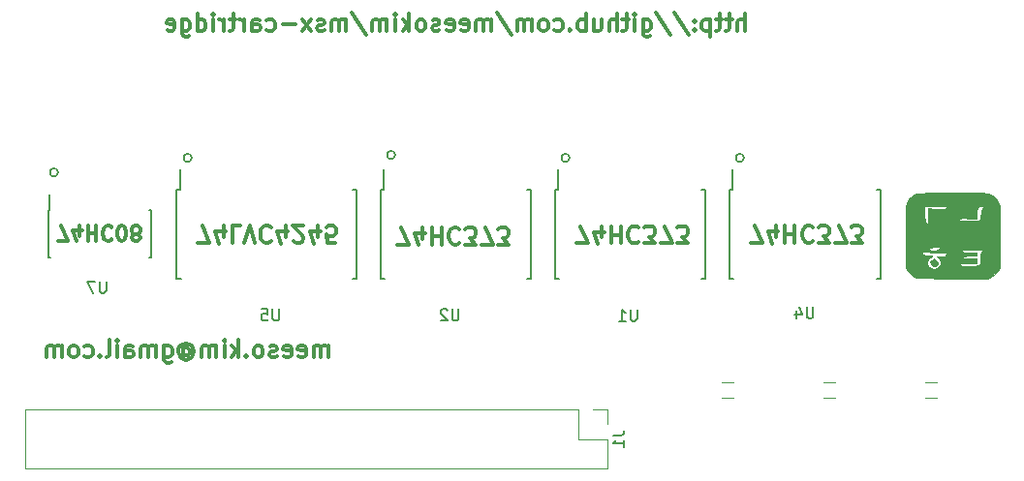
<source format=gbr>
G04 #@! TF.FileFunction,Legend,Bot*
%FSLAX46Y46*%
G04 Gerber Fmt 4.6, Leading zero omitted, Abs format (unit mm)*
G04 Created by KiCad (PCBNEW 4.0.7) date 02/21/19 02:12:21*
%MOMM*%
%LPD*%
G01*
G04 APERTURE LIST*
%ADD10C,0.100000*%
%ADD11C,0.200000*%
%ADD12C,0.300000*%
%ADD13C,0.370000*%
%ADD14C,0.120000*%
%ADD15C,0.150000*%
%ADD16C,0.010000*%
G04 APERTURE END LIST*
D10*
D11*
X185525210Y-86360000D02*
G75*
G03X185525210Y-86360000I-359210J0D01*
G01*
X170285210Y-86360000D02*
G75*
G03X170285210Y-86360000I-359210J0D01*
G01*
X155045210Y-86106000D02*
G75*
G03X155045210Y-86106000I-359210J0D01*
G01*
X137265210Y-86360000D02*
G75*
G03X137265210Y-86360000I-359210J0D01*
G01*
X125581210Y-87630000D02*
G75*
G03X125581210Y-87630000I-359210J0D01*
G01*
D12*
X185625602Y-75265671D02*
X185625602Y-73765671D01*
X184982745Y-75265671D02*
X184982745Y-74479957D01*
X185054174Y-74337100D01*
X185197031Y-74265671D01*
X185411316Y-74265671D01*
X185554174Y-74337100D01*
X185625602Y-74408529D01*
X184482745Y-74265671D02*
X183911316Y-74265671D01*
X184268459Y-73765671D02*
X184268459Y-75051386D01*
X184197031Y-75194243D01*
X184054173Y-75265671D01*
X183911316Y-75265671D01*
X183625602Y-74265671D02*
X183054173Y-74265671D01*
X183411316Y-73765671D02*
X183411316Y-75051386D01*
X183339888Y-75194243D01*
X183197030Y-75265671D01*
X183054173Y-75265671D01*
X182554173Y-74265671D02*
X182554173Y-75765671D01*
X182554173Y-74337100D02*
X182411316Y-74265671D01*
X182125602Y-74265671D01*
X181982745Y-74337100D01*
X181911316Y-74408529D01*
X181839887Y-74551386D01*
X181839887Y-74979957D01*
X181911316Y-75122814D01*
X181982745Y-75194243D01*
X182125602Y-75265671D01*
X182411316Y-75265671D01*
X182554173Y-75194243D01*
X181197030Y-75122814D02*
X181125602Y-75194243D01*
X181197030Y-75265671D01*
X181268459Y-75194243D01*
X181197030Y-75122814D01*
X181197030Y-75265671D01*
X181197030Y-74337100D02*
X181125602Y-74408529D01*
X181197030Y-74479957D01*
X181268459Y-74408529D01*
X181197030Y-74337100D01*
X181197030Y-74479957D01*
X179411316Y-73694243D02*
X180697030Y-75622814D01*
X177839887Y-73694243D02*
X179125601Y-75622814D01*
X176697029Y-74265671D02*
X176697029Y-75479957D01*
X176768458Y-75622814D01*
X176839886Y-75694243D01*
X176982743Y-75765671D01*
X177197029Y-75765671D01*
X177339886Y-75694243D01*
X176697029Y-75194243D02*
X176839886Y-75265671D01*
X177125600Y-75265671D01*
X177268458Y-75194243D01*
X177339886Y-75122814D01*
X177411315Y-74979957D01*
X177411315Y-74551386D01*
X177339886Y-74408529D01*
X177268458Y-74337100D01*
X177125600Y-74265671D01*
X176839886Y-74265671D01*
X176697029Y-74337100D01*
X175982743Y-75265671D02*
X175982743Y-74265671D01*
X175982743Y-73765671D02*
X176054172Y-73837100D01*
X175982743Y-73908529D01*
X175911315Y-73837100D01*
X175982743Y-73765671D01*
X175982743Y-73908529D01*
X175482743Y-74265671D02*
X174911314Y-74265671D01*
X175268457Y-73765671D02*
X175268457Y-75051386D01*
X175197029Y-75194243D01*
X175054171Y-75265671D01*
X174911314Y-75265671D01*
X174411314Y-75265671D02*
X174411314Y-73765671D01*
X173768457Y-75265671D02*
X173768457Y-74479957D01*
X173839886Y-74337100D01*
X173982743Y-74265671D01*
X174197028Y-74265671D01*
X174339886Y-74337100D01*
X174411314Y-74408529D01*
X172411314Y-74265671D02*
X172411314Y-75265671D01*
X173054171Y-74265671D02*
X173054171Y-75051386D01*
X172982743Y-75194243D01*
X172839885Y-75265671D01*
X172625600Y-75265671D01*
X172482743Y-75194243D01*
X172411314Y-75122814D01*
X171697028Y-75265671D02*
X171697028Y-73765671D01*
X171697028Y-74337100D02*
X171554171Y-74265671D01*
X171268457Y-74265671D01*
X171125600Y-74337100D01*
X171054171Y-74408529D01*
X170982742Y-74551386D01*
X170982742Y-74979957D01*
X171054171Y-75122814D01*
X171125600Y-75194243D01*
X171268457Y-75265671D01*
X171554171Y-75265671D01*
X171697028Y-75194243D01*
X170339885Y-75122814D02*
X170268457Y-75194243D01*
X170339885Y-75265671D01*
X170411314Y-75194243D01*
X170339885Y-75122814D01*
X170339885Y-75265671D01*
X168982742Y-75194243D02*
X169125599Y-75265671D01*
X169411313Y-75265671D01*
X169554171Y-75194243D01*
X169625599Y-75122814D01*
X169697028Y-74979957D01*
X169697028Y-74551386D01*
X169625599Y-74408529D01*
X169554171Y-74337100D01*
X169411313Y-74265671D01*
X169125599Y-74265671D01*
X168982742Y-74337100D01*
X168125599Y-75265671D02*
X168268457Y-75194243D01*
X168339885Y-75122814D01*
X168411314Y-74979957D01*
X168411314Y-74551386D01*
X168339885Y-74408529D01*
X168268457Y-74337100D01*
X168125599Y-74265671D01*
X167911314Y-74265671D01*
X167768457Y-74337100D01*
X167697028Y-74408529D01*
X167625599Y-74551386D01*
X167625599Y-74979957D01*
X167697028Y-75122814D01*
X167768457Y-75194243D01*
X167911314Y-75265671D01*
X168125599Y-75265671D01*
X166982742Y-75265671D02*
X166982742Y-74265671D01*
X166982742Y-74408529D02*
X166911314Y-74337100D01*
X166768456Y-74265671D01*
X166554171Y-74265671D01*
X166411314Y-74337100D01*
X166339885Y-74479957D01*
X166339885Y-75265671D01*
X166339885Y-74479957D02*
X166268456Y-74337100D01*
X166125599Y-74265671D01*
X165911314Y-74265671D01*
X165768456Y-74337100D01*
X165697028Y-74479957D01*
X165697028Y-75265671D01*
X163911314Y-73694243D02*
X165197028Y-75622814D01*
X163411313Y-75265671D02*
X163411313Y-74265671D01*
X163411313Y-74408529D02*
X163339885Y-74337100D01*
X163197027Y-74265671D01*
X162982742Y-74265671D01*
X162839885Y-74337100D01*
X162768456Y-74479957D01*
X162768456Y-75265671D01*
X162768456Y-74479957D02*
X162697027Y-74337100D01*
X162554170Y-74265671D01*
X162339885Y-74265671D01*
X162197027Y-74337100D01*
X162125599Y-74479957D01*
X162125599Y-75265671D01*
X160839885Y-75194243D02*
X160982742Y-75265671D01*
X161268456Y-75265671D01*
X161411313Y-75194243D01*
X161482742Y-75051386D01*
X161482742Y-74479957D01*
X161411313Y-74337100D01*
X161268456Y-74265671D01*
X160982742Y-74265671D01*
X160839885Y-74337100D01*
X160768456Y-74479957D01*
X160768456Y-74622814D01*
X161482742Y-74765671D01*
X159554171Y-75194243D02*
X159697028Y-75265671D01*
X159982742Y-75265671D01*
X160125599Y-75194243D01*
X160197028Y-75051386D01*
X160197028Y-74479957D01*
X160125599Y-74337100D01*
X159982742Y-74265671D01*
X159697028Y-74265671D01*
X159554171Y-74337100D01*
X159482742Y-74479957D01*
X159482742Y-74622814D01*
X160197028Y-74765671D01*
X158911314Y-75194243D02*
X158768457Y-75265671D01*
X158482742Y-75265671D01*
X158339885Y-75194243D01*
X158268457Y-75051386D01*
X158268457Y-74979957D01*
X158339885Y-74837100D01*
X158482742Y-74765671D01*
X158697028Y-74765671D01*
X158839885Y-74694243D01*
X158911314Y-74551386D01*
X158911314Y-74479957D01*
X158839885Y-74337100D01*
X158697028Y-74265671D01*
X158482742Y-74265671D01*
X158339885Y-74337100D01*
X157411313Y-75265671D02*
X157554171Y-75194243D01*
X157625599Y-75122814D01*
X157697028Y-74979957D01*
X157697028Y-74551386D01*
X157625599Y-74408529D01*
X157554171Y-74337100D01*
X157411313Y-74265671D01*
X157197028Y-74265671D01*
X157054171Y-74337100D01*
X156982742Y-74408529D01*
X156911313Y-74551386D01*
X156911313Y-74979957D01*
X156982742Y-75122814D01*
X157054171Y-75194243D01*
X157197028Y-75265671D01*
X157411313Y-75265671D01*
X156268456Y-75265671D02*
X156268456Y-73765671D01*
X156125599Y-74694243D02*
X155697028Y-75265671D01*
X155697028Y-74265671D02*
X156268456Y-74837100D01*
X155054170Y-75265671D02*
X155054170Y-74265671D01*
X155054170Y-73765671D02*
X155125599Y-73837100D01*
X155054170Y-73908529D01*
X154982742Y-73837100D01*
X155054170Y-73765671D01*
X155054170Y-73908529D01*
X154339884Y-75265671D02*
X154339884Y-74265671D01*
X154339884Y-74408529D02*
X154268456Y-74337100D01*
X154125598Y-74265671D01*
X153911313Y-74265671D01*
X153768456Y-74337100D01*
X153697027Y-74479957D01*
X153697027Y-75265671D01*
X153697027Y-74479957D02*
X153625598Y-74337100D01*
X153482741Y-74265671D01*
X153268456Y-74265671D01*
X153125598Y-74337100D01*
X153054170Y-74479957D01*
X153054170Y-75265671D01*
X151268456Y-73694243D02*
X152554170Y-75622814D01*
X150768455Y-75265671D02*
X150768455Y-74265671D01*
X150768455Y-74408529D02*
X150697027Y-74337100D01*
X150554169Y-74265671D01*
X150339884Y-74265671D01*
X150197027Y-74337100D01*
X150125598Y-74479957D01*
X150125598Y-75265671D01*
X150125598Y-74479957D02*
X150054169Y-74337100D01*
X149911312Y-74265671D01*
X149697027Y-74265671D01*
X149554169Y-74337100D01*
X149482741Y-74479957D01*
X149482741Y-75265671D01*
X148839884Y-75194243D02*
X148697027Y-75265671D01*
X148411312Y-75265671D01*
X148268455Y-75194243D01*
X148197027Y-75051386D01*
X148197027Y-74979957D01*
X148268455Y-74837100D01*
X148411312Y-74765671D01*
X148625598Y-74765671D01*
X148768455Y-74694243D01*
X148839884Y-74551386D01*
X148839884Y-74479957D01*
X148768455Y-74337100D01*
X148625598Y-74265671D01*
X148411312Y-74265671D01*
X148268455Y-74337100D01*
X147697026Y-75265671D02*
X146911312Y-74265671D01*
X147697026Y-74265671D02*
X146911312Y-75265671D01*
X146339883Y-74694243D02*
X145197026Y-74694243D01*
X143839883Y-75194243D02*
X143982740Y-75265671D01*
X144268454Y-75265671D01*
X144411312Y-75194243D01*
X144482740Y-75122814D01*
X144554169Y-74979957D01*
X144554169Y-74551386D01*
X144482740Y-74408529D01*
X144411312Y-74337100D01*
X144268454Y-74265671D01*
X143982740Y-74265671D01*
X143839883Y-74337100D01*
X142554169Y-75265671D02*
X142554169Y-74479957D01*
X142625598Y-74337100D01*
X142768455Y-74265671D01*
X143054169Y-74265671D01*
X143197026Y-74337100D01*
X142554169Y-75194243D02*
X142697026Y-75265671D01*
X143054169Y-75265671D01*
X143197026Y-75194243D01*
X143268455Y-75051386D01*
X143268455Y-74908529D01*
X143197026Y-74765671D01*
X143054169Y-74694243D01*
X142697026Y-74694243D01*
X142554169Y-74622814D01*
X141839883Y-75265671D02*
X141839883Y-74265671D01*
X141839883Y-74551386D02*
X141768455Y-74408529D01*
X141697026Y-74337100D01*
X141554169Y-74265671D01*
X141411312Y-74265671D01*
X141125598Y-74265671D02*
X140554169Y-74265671D01*
X140911312Y-73765671D02*
X140911312Y-75051386D01*
X140839884Y-75194243D01*
X140697026Y-75265671D01*
X140554169Y-75265671D01*
X140054169Y-75265671D02*
X140054169Y-74265671D01*
X140054169Y-74551386D02*
X139982741Y-74408529D01*
X139911312Y-74337100D01*
X139768455Y-74265671D01*
X139625598Y-74265671D01*
X139125598Y-75265671D02*
X139125598Y-74265671D01*
X139125598Y-73765671D02*
X139197027Y-73837100D01*
X139125598Y-73908529D01*
X139054170Y-73837100D01*
X139125598Y-73765671D01*
X139125598Y-73908529D01*
X137768455Y-75265671D02*
X137768455Y-73765671D01*
X137768455Y-75194243D02*
X137911312Y-75265671D01*
X138197026Y-75265671D01*
X138339884Y-75194243D01*
X138411312Y-75122814D01*
X138482741Y-74979957D01*
X138482741Y-74551386D01*
X138411312Y-74408529D01*
X138339884Y-74337100D01*
X138197026Y-74265671D01*
X137911312Y-74265671D01*
X137768455Y-74337100D01*
X136411312Y-74265671D02*
X136411312Y-75479957D01*
X136482741Y-75622814D01*
X136554169Y-75694243D01*
X136697026Y-75765671D01*
X136911312Y-75765671D01*
X137054169Y-75694243D01*
X136411312Y-75194243D02*
X136554169Y-75265671D01*
X136839883Y-75265671D01*
X136982741Y-75194243D01*
X137054169Y-75122814D01*
X137125598Y-74979957D01*
X137125598Y-74551386D01*
X137054169Y-74408529D01*
X136982741Y-74337100D01*
X136839883Y-74265671D01*
X136554169Y-74265671D01*
X136411312Y-74337100D01*
X135125598Y-75194243D02*
X135268455Y-75265671D01*
X135554169Y-75265671D01*
X135697026Y-75194243D01*
X135768455Y-75051386D01*
X135768455Y-74479957D01*
X135697026Y-74337100D01*
X135554169Y-74265671D01*
X135268455Y-74265671D01*
X135125598Y-74337100D01*
X135054169Y-74479957D01*
X135054169Y-74622814D01*
X135768455Y-74765671D01*
X186115144Y-93785429D02*
X187115144Y-93785429D01*
X186472287Y-92285429D01*
X188329429Y-93285429D02*
X188329429Y-92285429D01*
X187972286Y-93856857D02*
X187615143Y-92785429D01*
X188543715Y-92785429D01*
X189115143Y-92285429D02*
X189115143Y-93785429D01*
X189115143Y-93071143D02*
X189972286Y-93071143D01*
X189972286Y-92285429D02*
X189972286Y-93785429D01*
X191543715Y-92428286D02*
X191472286Y-92356857D01*
X191258000Y-92285429D01*
X191115143Y-92285429D01*
X190900858Y-92356857D01*
X190758000Y-92499714D01*
X190686572Y-92642571D01*
X190615143Y-92928286D01*
X190615143Y-93142571D01*
X190686572Y-93428286D01*
X190758000Y-93571143D01*
X190900858Y-93714000D01*
X191115143Y-93785429D01*
X191258000Y-93785429D01*
X191472286Y-93714000D01*
X191543715Y-93642571D01*
X192043715Y-93785429D02*
X192972286Y-93785429D01*
X192472286Y-93214000D01*
X192686572Y-93214000D01*
X192829429Y-93142571D01*
X192900858Y-93071143D01*
X192972286Y-92928286D01*
X192972286Y-92571143D01*
X192900858Y-92428286D01*
X192829429Y-92356857D01*
X192686572Y-92285429D01*
X192258000Y-92285429D01*
X192115143Y-92356857D01*
X192043715Y-92428286D01*
X193472286Y-93785429D02*
X194472286Y-93785429D01*
X193829429Y-92285429D01*
X194900857Y-93785429D02*
X195829428Y-93785429D01*
X195329428Y-93214000D01*
X195543714Y-93214000D01*
X195686571Y-93142571D01*
X195758000Y-93071143D01*
X195829428Y-92928286D01*
X195829428Y-92571143D01*
X195758000Y-92428286D01*
X195686571Y-92356857D01*
X195543714Y-92285429D01*
X195115142Y-92285429D01*
X194972285Y-92356857D01*
X194900857Y-92428286D01*
X149191714Y-103802571D02*
X149191714Y-102802571D01*
X149191714Y-102945429D02*
X149120286Y-102874000D01*
X148977428Y-102802571D01*
X148763143Y-102802571D01*
X148620286Y-102874000D01*
X148548857Y-103016857D01*
X148548857Y-103802571D01*
X148548857Y-103016857D02*
X148477428Y-102874000D01*
X148334571Y-102802571D01*
X148120286Y-102802571D01*
X147977428Y-102874000D01*
X147906000Y-103016857D01*
X147906000Y-103802571D01*
X146620286Y-103731143D02*
X146763143Y-103802571D01*
X147048857Y-103802571D01*
X147191714Y-103731143D01*
X147263143Y-103588286D01*
X147263143Y-103016857D01*
X147191714Y-102874000D01*
X147048857Y-102802571D01*
X146763143Y-102802571D01*
X146620286Y-102874000D01*
X146548857Y-103016857D01*
X146548857Y-103159714D01*
X147263143Y-103302571D01*
X145334572Y-103731143D02*
X145477429Y-103802571D01*
X145763143Y-103802571D01*
X145906000Y-103731143D01*
X145977429Y-103588286D01*
X145977429Y-103016857D01*
X145906000Y-102874000D01*
X145763143Y-102802571D01*
X145477429Y-102802571D01*
X145334572Y-102874000D01*
X145263143Y-103016857D01*
X145263143Y-103159714D01*
X145977429Y-103302571D01*
X144691715Y-103731143D02*
X144548858Y-103802571D01*
X144263143Y-103802571D01*
X144120286Y-103731143D01*
X144048858Y-103588286D01*
X144048858Y-103516857D01*
X144120286Y-103374000D01*
X144263143Y-103302571D01*
X144477429Y-103302571D01*
X144620286Y-103231143D01*
X144691715Y-103088286D01*
X144691715Y-103016857D01*
X144620286Y-102874000D01*
X144477429Y-102802571D01*
X144263143Y-102802571D01*
X144120286Y-102874000D01*
X143191714Y-103802571D02*
X143334572Y-103731143D01*
X143406000Y-103659714D01*
X143477429Y-103516857D01*
X143477429Y-103088286D01*
X143406000Y-102945429D01*
X143334572Y-102874000D01*
X143191714Y-102802571D01*
X142977429Y-102802571D01*
X142834572Y-102874000D01*
X142763143Y-102945429D01*
X142691714Y-103088286D01*
X142691714Y-103516857D01*
X142763143Y-103659714D01*
X142834572Y-103731143D01*
X142977429Y-103802571D01*
X143191714Y-103802571D01*
X142048857Y-103659714D02*
X141977429Y-103731143D01*
X142048857Y-103802571D01*
X142120286Y-103731143D01*
X142048857Y-103659714D01*
X142048857Y-103802571D01*
X141334571Y-103802571D02*
X141334571Y-102302571D01*
X141191714Y-103231143D02*
X140763143Y-103802571D01*
X140763143Y-102802571D02*
X141334571Y-103374000D01*
X140120285Y-103802571D02*
X140120285Y-102802571D01*
X140120285Y-102302571D02*
X140191714Y-102374000D01*
X140120285Y-102445429D01*
X140048857Y-102374000D01*
X140120285Y-102302571D01*
X140120285Y-102445429D01*
X139405999Y-103802571D02*
X139405999Y-102802571D01*
X139405999Y-102945429D02*
X139334571Y-102874000D01*
X139191713Y-102802571D01*
X138977428Y-102802571D01*
X138834571Y-102874000D01*
X138763142Y-103016857D01*
X138763142Y-103802571D01*
X138763142Y-103016857D02*
X138691713Y-102874000D01*
X138548856Y-102802571D01*
X138334571Y-102802571D01*
X138191713Y-102874000D01*
X138120285Y-103016857D01*
X138120285Y-103802571D01*
X136477428Y-103088286D02*
X136548856Y-103016857D01*
X136691713Y-102945429D01*
X136834571Y-102945429D01*
X136977428Y-103016857D01*
X137048856Y-103088286D01*
X137120285Y-103231143D01*
X137120285Y-103374000D01*
X137048856Y-103516857D01*
X136977428Y-103588286D01*
X136834571Y-103659714D01*
X136691713Y-103659714D01*
X136548856Y-103588286D01*
X136477428Y-103516857D01*
X136477428Y-102945429D02*
X136477428Y-103516857D01*
X136405999Y-103588286D01*
X136334571Y-103588286D01*
X136191713Y-103516857D01*
X136120285Y-103374000D01*
X136120285Y-103016857D01*
X136263142Y-102802571D01*
X136477428Y-102659714D01*
X136763142Y-102588286D01*
X137048856Y-102659714D01*
X137263142Y-102802571D01*
X137405999Y-103016857D01*
X137477428Y-103302571D01*
X137405999Y-103588286D01*
X137263142Y-103802571D01*
X137048856Y-103945429D01*
X136763142Y-104016857D01*
X136477428Y-103945429D01*
X136263142Y-103802571D01*
X134834571Y-102802571D02*
X134834571Y-104016857D01*
X134906000Y-104159714D01*
X134977428Y-104231143D01*
X135120285Y-104302571D01*
X135334571Y-104302571D01*
X135477428Y-104231143D01*
X134834571Y-103731143D02*
X134977428Y-103802571D01*
X135263142Y-103802571D01*
X135406000Y-103731143D01*
X135477428Y-103659714D01*
X135548857Y-103516857D01*
X135548857Y-103088286D01*
X135477428Y-102945429D01*
X135406000Y-102874000D01*
X135263142Y-102802571D01*
X134977428Y-102802571D01*
X134834571Y-102874000D01*
X134120285Y-103802571D02*
X134120285Y-102802571D01*
X134120285Y-102945429D02*
X134048857Y-102874000D01*
X133905999Y-102802571D01*
X133691714Y-102802571D01*
X133548857Y-102874000D01*
X133477428Y-103016857D01*
X133477428Y-103802571D01*
X133477428Y-103016857D02*
X133405999Y-102874000D01*
X133263142Y-102802571D01*
X133048857Y-102802571D01*
X132905999Y-102874000D01*
X132834571Y-103016857D01*
X132834571Y-103802571D01*
X131477428Y-103802571D02*
X131477428Y-103016857D01*
X131548857Y-102874000D01*
X131691714Y-102802571D01*
X131977428Y-102802571D01*
X132120285Y-102874000D01*
X131477428Y-103731143D02*
X131620285Y-103802571D01*
X131977428Y-103802571D01*
X132120285Y-103731143D01*
X132191714Y-103588286D01*
X132191714Y-103445429D01*
X132120285Y-103302571D01*
X131977428Y-103231143D01*
X131620285Y-103231143D01*
X131477428Y-103159714D01*
X130763142Y-103802571D02*
X130763142Y-102802571D01*
X130763142Y-102302571D02*
X130834571Y-102374000D01*
X130763142Y-102445429D01*
X130691714Y-102374000D01*
X130763142Y-102302571D01*
X130763142Y-102445429D01*
X129834570Y-103802571D02*
X129977428Y-103731143D01*
X130048856Y-103588286D01*
X130048856Y-102302571D01*
X129263142Y-103659714D02*
X129191714Y-103731143D01*
X129263142Y-103802571D01*
X129334571Y-103731143D01*
X129263142Y-103659714D01*
X129263142Y-103802571D01*
X127905999Y-103731143D02*
X128048856Y-103802571D01*
X128334570Y-103802571D01*
X128477428Y-103731143D01*
X128548856Y-103659714D01*
X128620285Y-103516857D01*
X128620285Y-103088286D01*
X128548856Y-102945429D01*
X128477428Y-102874000D01*
X128334570Y-102802571D01*
X128048856Y-102802571D01*
X127905999Y-102874000D01*
X127048856Y-103802571D02*
X127191714Y-103731143D01*
X127263142Y-103659714D01*
X127334571Y-103516857D01*
X127334571Y-103088286D01*
X127263142Y-102945429D01*
X127191714Y-102874000D01*
X127048856Y-102802571D01*
X126834571Y-102802571D01*
X126691714Y-102874000D01*
X126620285Y-102945429D01*
X126548856Y-103088286D01*
X126548856Y-103516857D01*
X126620285Y-103659714D01*
X126691714Y-103731143D01*
X126834571Y-103802571D01*
X127048856Y-103802571D01*
X125905999Y-103802571D02*
X125905999Y-102802571D01*
X125905999Y-102945429D02*
X125834571Y-102874000D01*
X125691713Y-102802571D01*
X125477428Y-102802571D01*
X125334571Y-102874000D01*
X125263142Y-103016857D01*
X125263142Y-103802571D01*
X125263142Y-103016857D02*
X125191713Y-102874000D01*
X125048856Y-102802571D01*
X124834571Y-102802571D01*
X124691713Y-102874000D01*
X124620285Y-103016857D01*
X124620285Y-103802571D01*
X155246524Y-93940369D02*
X156246524Y-93940369D01*
X155603667Y-92440369D01*
X157460809Y-93440369D02*
X157460809Y-92440369D01*
X157103666Y-94011797D02*
X156746523Y-92940369D01*
X157675095Y-92940369D01*
X158246523Y-92440369D02*
X158246523Y-93940369D01*
X158246523Y-93226083D02*
X159103666Y-93226083D01*
X159103666Y-92440369D02*
X159103666Y-93940369D01*
X160675095Y-92583226D02*
X160603666Y-92511797D01*
X160389380Y-92440369D01*
X160246523Y-92440369D01*
X160032238Y-92511797D01*
X159889380Y-92654654D01*
X159817952Y-92797511D01*
X159746523Y-93083226D01*
X159746523Y-93297511D01*
X159817952Y-93583226D01*
X159889380Y-93726083D01*
X160032238Y-93868940D01*
X160246523Y-93940369D01*
X160389380Y-93940369D01*
X160603666Y-93868940D01*
X160675095Y-93797511D01*
X161175095Y-93940369D02*
X162103666Y-93940369D01*
X161603666Y-93368940D01*
X161817952Y-93368940D01*
X161960809Y-93297511D01*
X162032238Y-93226083D01*
X162103666Y-93083226D01*
X162103666Y-92726083D01*
X162032238Y-92583226D01*
X161960809Y-92511797D01*
X161817952Y-92440369D01*
X161389380Y-92440369D01*
X161246523Y-92511797D01*
X161175095Y-92583226D01*
X162603666Y-93940369D02*
X163603666Y-93940369D01*
X162960809Y-92440369D01*
X164032237Y-93940369D02*
X164960808Y-93940369D01*
X164460808Y-93368940D01*
X164675094Y-93368940D01*
X164817951Y-93297511D01*
X164889380Y-93226083D01*
X164960808Y-93083226D01*
X164960808Y-92726083D01*
X164889380Y-92583226D01*
X164817951Y-92511797D01*
X164675094Y-92440369D01*
X164246522Y-92440369D01*
X164103665Y-92511797D01*
X164032237Y-92583226D01*
D13*
X137824653Y-93787969D02*
X138824653Y-93787969D01*
X138181796Y-92287969D01*
X140038938Y-93287969D02*
X140038938Y-92287969D01*
X139681795Y-93859397D02*
X139324652Y-92787969D01*
X140253224Y-92787969D01*
X141538938Y-92287969D02*
X140824652Y-92287969D01*
X140824652Y-93787969D01*
X141824652Y-93787969D02*
X142324652Y-92287969D01*
X142824652Y-93787969D01*
X144181795Y-92430826D02*
X144110366Y-92359397D01*
X143896080Y-92287969D01*
X143753223Y-92287969D01*
X143538938Y-92359397D01*
X143396080Y-92502254D01*
X143324652Y-92645111D01*
X143253223Y-92930826D01*
X143253223Y-93145111D01*
X143324652Y-93430826D01*
X143396080Y-93573683D01*
X143538938Y-93716540D01*
X143753223Y-93787969D01*
X143896080Y-93787969D01*
X144110366Y-93716540D01*
X144181795Y-93645111D01*
X145467509Y-93287969D02*
X145467509Y-92287969D01*
X145110366Y-93859397D02*
X144753223Y-92787969D01*
X145681795Y-92787969D01*
X146181794Y-93645111D02*
X146253223Y-93716540D01*
X146396080Y-93787969D01*
X146753223Y-93787969D01*
X146896080Y-93716540D01*
X146967509Y-93645111D01*
X147038937Y-93502254D01*
X147038937Y-93359397D01*
X146967509Y-93145111D01*
X146110366Y-92287969D01*
X147038937Y-92287969D01*
X148324651Y-93287969D02*
X148324651Y-92287969D01*
X147967508Y-93859397D02*
X147610365Y-92787969D01*
X148538937Y-92787969D01*
X149824651Y-93787969D02*
X149110365Y-93787969D01*
X149038936Y-93073683D01*
X149110365Y-93145111D01*
X149253222Y-93216540D01*
X149610365Y-93216540D01*
X149753222Y-93145111D01*
X149824651Y-93073683D01*
X149896079Y-92930826D01*
X149896079Y-92573683D01*
X149824651Y-92430826D01*
X149753222Y-92359397D01*
X149610365Y-92287969D01*
X149253222Y-92287969D01*
X149110365Y-92359397D01*
X149038936Y-92430826D01*
D12*
X125580752Y-93614945D02*
X126447419Y-93614945D01*
X125890276Y-92314945D01*
X127499800Y-93181611D02*
X127499800Y-92314945D01*
X127190276Y-93676850D02*
X126880752Y-92748278D01*
X127685514Y-92748278D01*
X128180752Y-92314945D02*
X128180752Y-93614945D01*
X128180752Y-92995897D02*
X128923609Y-92995897D01*
X128923609Y-92314945D02*
X128923609Y-93614945D01*
X130285514Y-92438754D02*
X130223609Y-92376850D01*
X130037895Y-92314945D01*
X129914085Y-92314945D01*
X129728371Y-92376850D01*
X129604562Y-92500659D01*
X129542657Y-92624469D01*
X129480752Y-92872088D01*
X129480752Y-93057802D01*
X129542657Y-93305421D01*
X129604562Y-93429230D01*
X129728371Y-93553040D01*
X129914085Y-93614945D01*
X130037895Y-93614945D01*
X130223609Y-93553040D01*
X130285514Y-93491135D01*
X131090276Y-93614945D02*
X131214085Y-93614945D01*
X131337895Y-93553040D01*
X131399800Y-93491135D01*
X131461704Y-93367326D01*
X131523609Y-93119707D01*
X131523609Y-92810183D01*
X131461704Y-92562564D01*
X131399800Y-92438754D01*
X131337895Y-92376850D01*
X131214085Y-92314945D01*
X131090276Y-92314945D01*
X130966466Y-92376850D01*
X130904562Y-92438754D01*
X130842657Y-92562564D01*
X130780752Y-92810183D01*
X130780752Y-93119707D01*
X130842657Y-93367326D01*
X130904562Y-93491135D01*
X130966466Y-93553040D01*
X131090276Y-93614945D01*
X132266466Y-93057802D02*
X132142657Y-93119707D01*
X132080752Y-93181611D01*
X132018847Y-93305421D01*
X132018847Y-93367326D01*
X132080752Y-93491135D01*
X132142657Y-93553040D01*
X132266466Y-93614945D01*
X132514085Y-93614945D01*
X132637895Y-93553040D01*
X132699799Y-93491135D01*
X132761704Y-93367326D01*
X132761704Y-93305421D01*
X132699799Y-93181611D01*
X132637895Y-93119707D01*
X132514085Y-93057802D01*
X132266466Y-93057802D01*
X132142657Y-92995897D01*
X132080752Y-92933992D01*
X132018847Y-92810183D01*
X132018847Y-92562564D01*
X132080752Y-92438754D01*
X132142657Y-92376850D01*
X132266466Y-92314945D01*
X132514085Y-92314945D01*
X132637895Y-92376850D01*
X132699799Y-92438754D01*
X132761704Y-92562564D01*
X132761704Y-92810183D01*
X132699799Y-92933992D01*
X132637895Y-92995897D01*
X132514085Y-93057802D01*
X170905624Y-93838769D02*
X171905624Y-93838769D01*
X171262767Y-92338769D01*
X173119909Y-93338769D02*
X173119909Y-92338769D01*
X172762766Y-93910197D02*
X172405623Y-92838769D01*
X173334195Y-92838769D01*
X173905623Y-92338769D02*
X173905623Y-93838769D01*
X173905623Y-93124483D02*
X174762766Y-93124483D01*
X174762766Y-92338769D02*
X174762766Y-93838769D01*
X176334195Y-92481626D02*
X176262766Y-92410197D01*
X176048480Y-92338769D01*
X175905623Y-92338769D01*
X175691338Y-92410197D01*
X175548480Y-92553054D01*
X175477052Y-92695911D01*
X175405623Y-92981626D01*
X175405623Y-93195911D01*
X175477052Y-93481626D01*
X175548480Y-93624483D01*
X175691338Y-93767340D01*
X175905623Y-93838769D01*
X176048480Y-93838769D01*
X176262766Y-93767340D01*
X176334195Y-93695911D01*
X176834195Y-93838769D02*
X177762766Y-93838769D01*
X177262766Y-93267340D01*
X177477052Y-93267340D01*
X177619909Y-93195911D01*
X177691338Y-93124483D01*
X177762766Y-92981626D01*
X177762766Y-92624483D01*
X177691338Y-92481626D01*
X177619909Y-92410197D01*
X177477052Y-92338769D01*
X177048480Y-92338769D01*
X176905623Y-92410197D01*
X176834195Y-92481626D01*
X178262766Y-93838769D02*
X179262766Y-93838769D01*
X178619909Y-92338769D01*
X179691337Y-93838769D02*
X180619908Y-93838769D01*
X180119908Y-93267340D01*
X180334194Y-93267340D01*
X180477051Y-93195911D01*
X180548480Y-93124483D01*
X180619908Y-92981626D01*
X180619908Y-92624483D01*
X180548480Y-92481626D01*
X180477051Y-92410197D01*
X180334194Y-92338769D01*
X179905622Y-92338769D01*
X179762765Y-92410197D01*
X179691337Y-92481626D01*
D14*
X171028000Y-108373000D02*
X122708000Y-108373000D01*
X122708000Y-108373000D02*
X122708000Y-113573000D01*
X122708000Y-113573000D02*
X173628000Y-113573000D01*
X173628000Y-113573000D02*
X173628000Y-110973000D01*
X173628000Y-110973000D02*
X171028000Y-110973000D01*
X171028000Y-110973000D02*
X171028000Y-108373000D01*
X172298000Y-108373000D02*
X173628000Y-108373000D01*
X173628000Y-108373000D02*
X173628000Y-109643000D01*
D15*
X169015000Y-89162700D02*
X169265000Y-89162700D01*
X169015000Y-96912700D02*
X169350000Y-96912700D01*
X182165000Y-96912700D02*
X181830000Y-96912700D01*
X182165000Y-89162700D02*
X181830000Y-89162700D01*
X169015000Y-89162700D02*
X169015000Y-96912700D01*
X182165000Y-89162700D02*
X182165000Y-96912700D01*
X169265000Y-89162700D02*
X169265000Y-87362700D01*
X153775000Y-89162700D02*
X154025000Y-89162700D01*
X153775000Y-96912700D02*
X154110000Y-96912700D01*
X166925000Y-96912700D02*
X166590000Y-96912700D01*
X166925000Y-89162700D02*
X166590000Y-89162700D01*
X153775000Y-89162700D02*
X153775000Y-96912700D01*
X166925000Y-89162700D02*
X166925000Y-96912700D01*
X154025000Y-89162700D02*
X154025000Y-87362700D01*
X184306000Y-89162700D02*
X184556000Y-89162700D01*
X184306000Y-96912700D02*
X184641000Y-96912700D01*
X197456000Y-96912700D02*
X197121000Y-96912700D01*
X197456000Y-89162700D02*
X197121000Y-89162700D01*
X184306000Y-89162700D02*
X184306000Y-96912700D01*
X197456000Y-89162700D02*
X197456000Y-96912700D01*
X184556000Y-89162700D02*
X184556000Y-87362700D01*
X135965000Y-89162700D02*
X136240000Y-89162700D01*
X135965000Y-96912700D02*
X136330000Y-96912700D01*
X151715000Y-96912700D02*
X151350000Y-96912700D01*
X151715000Y-89162700D02*
X151350000Y-89162700D01*
X135965000Y-89162700D02*
X135965000Y-96912700D01*
X151715000Y-89162700D02*
X151715000Y-96912700D01*
X136240000Y-89162700D02*
X136240000Y-87337700D01*
X124785000Y-90962700D02*
X124810000Y-90962700D01*
X124785000Y-95112700D02*
X124900000Y-95112700D01*
X133685000Y-95112700D02*
X133570000Y-95112700D01*
X133685000Y-90962700D02*
X133570000Y-90962700D01*
X124785000Y-90962700D02*
X124785000Y-95112700D01*
X133685000Y-90962700D02*
X133685000Y-95112700D01*
X124810000Y-90962700D02*
X124810000Y-89587700D01*
D14*
X184612000Y-105975000D02*
X183612000Y-105975000D01*
X183612000Y-107335000D02*
X184612000Y-107335000D01*
X193502000Y-105975000D02*
X192502000Y-105975000D01*
X192502000Y-107335000D02*
X193502000Y-107335000D01*
X202392000Y-105975000D02*
X201392000Y-105975000D01*
X201392000Y-107335000D02*
X202392000Y-107335000D01*
D16*
G36*
X203053890Y-89423563D02*
X202439122Y-89424692D01*
X201928440Y-89428237D01*
X201510387Y-89435560D01*
X201173507Y-89448022D01*
X200906343Y-89466984D01*
X200697437Y-89493806D01*
X200535334Y-89529850D01*
X200408576Y-89576477D01*
X200305706Y-89635049D01*
X200215268Y-89706925D01*
X200125806Y-89793469D01*
X200054639Y-89866576D01*
X199961144Y-89964984D01*
X199883374Y-90058978D01*
X199819968Y-90160692D01*
X199769566Y-90282263D01*
X199730807Y-90435825D01*
X199702330Y-90633515D01*
X199682774Y-90887467D01*
X199670779Y-91209817D01*
X199664984Y-91612701D01*
X199664028Y-92108253D01*
X199666550Y-92708610D01*
X199670304Y-93294200D01*
X199688450Y-95992950D01*
X199868153Y-96257747D01*
X200039058Y-96463050D01*
X200248001Y-96654651D01*
X200312653Y-96702247D01*
X200577450Y-96881950D01*
X203694299Y-96899536D01*
X206811147Y-96917122D01*
X207154068Y-96737978D01*
X207434547Y-96554280D01*
X207642475Y-96319901D01*
X207688470Y-96249221D01*
X207879950Y-95939609D01*
X207890925Y-94452251D01*
X206444411Y-94452251D01*
X206417651Y-94504669D01*
X206324200Y-94564200D01*
X206259477Y-94614529D01*
X206221119Y-94699390D01*
X206202568Y-94848190D01*
X206197260Y-95090332D01*
X206197200Y-95133398D01*
X206193394Y-95401646D01*
X206169398Y-95590877D01*
X206106349Y-95714876D01*
X205985385Y-95787426D01*
X205787640Y-95822313D01*
X205494251Y-95833320D01*
X205238172Y-95834200D01*
X204906367Y-95831528D01*
X204680948Y-95821831D01*
X204541380Y-95802584D01*
X204467131Y-95771263D01*
X204441113Y-95736211D01*
X204428560Y-95629965D01*
X204442769Y-95598964D01*
X204518549Y-95584276D01*
X204693703Y-95574660D01*
X204940671Y-95571073D01*
X205180864Y-95573367D01*
X205879700Y-95587028D01*
X205879700Y-95203965D01*
X205293051Y-95185707D01*
X205011799Y-95173693D01*
X204833749Y-95155487D01*
X204735111Y-95126025D01*
X204692091Y-95080243D01*
X204685145Y-95056325D01*
X204687389Y-95004698D01*
X204732796Y-94971977D01*
X204843529Y-94953963D01*
X205041750Y-94946458D01*
X205271794Y-94945200D01*
X205552548Y-94944119D01*
X205730000Y-94936750D01*
X205827847Y-94916905D01*
X205869788Y-94878396D01*
X205879519Y-94815034D01*
X205879700Y-94786450D01*
X205879311Y-94779189D01*
X203255288Y-94779189D01*
X203158090Y-94887270D01*
X203038939Y-94954051D01*
X202876359Y-94978518D01*
X202655861Y-94969887D01*
X202458397Y-94957149D01*
X202369727Y-94963039D01*
X202372522Y-94991298D01*
X202413378Y-95022225D01*
X202641351Y-95223688D01*
X202760664Y-95439103D01*
X202767317Y-95652309D01*
X202657310Y-95847144D01*
X202625325Y-95878548D01*
X202397840Y-96036106D01*
X202167058Y-96080703D01*
X201898728Y-96017783D01*
X201856350Y-96000760D01*
X201650977Y-95859692D01*
X201545289Y-95668961D01*
X201539027Y-95457267D01*
X201631930Y-95253306D01*
X201823741Y-95085777D01*
X201864811Y-95063660D01*
X201984481Y-94987728D01*
X201990987Y-94933608D01*
X201880616Y-94899468D01*
X201649659Y-94883472D01*
X201496755Y-94881700D01*
X201235050Y-94864323D01*
X201094779Y-94812343D01*
X201076287Y-94725986D01*
X201134886Y-94646300D01*
X201192883Y-94604576D01*
X201279456Y-94583327D01*
X201419905Y-94582003D01*
X201639533Y-94600059D01*
X201902737Y-94629685D01*
X202221218Y-94660136D01*
X202530102Y-94677129D01*
X202784643Y-94678766D01*
X202891769Y-94671693D01*
X203120136Y-94663247D01*
X203243328Y-94700714D01*
X203255288Y-94779189D01*
X205879311Y-94779189D01*
X205875836Y-94714407D01*
X205848785Y-94668319D01*
X205775359Y-94642386D01*
X205632373Y-94630814D01*
X205396640Y-94627805D01*
X205244700Y-94627700D01*
X204955688Y-94625956D01*
X204770674Y-94617662D01*
X204666671Y-94598220D01*
X204620693Y-94563032D01*
X204609752Y-94507501D01*
X204609700Y-94500700D01*
X204616113Y-94451183D01*
X204648139Y-94416538D01*
X204724961Y-94394118D01*
X204865764Y-94381276D01*
X205089730Y-94375367D01*
X205416044Y-94373746D01*
X205530450Y-94373700D01*
X205928555Y-94377621D01*
X206208096Y-94390703D01*
X206377304Y-94414921D01*
X206444411Y-94452251D01*
X207890925Y-94452251D01*
X207892679Y-94214441D01*
X202642237Y-94214441D01*
X202591341Y-94319058D01*
X202500071Y-94401849D01*
X202325968Y-94472055D01*
X202105800Y-94498073D01*
X201902886Y-94476092D01*
X201822322Y-94442636D01*
X201748911Y-94353794D01*
X201783076Y-94268497D01*
X201906274Y-94205221D01*
X202083583Y-94182332D01*
X202291293Y-94172817D01*
X202467139Y-94150286D01*
X202498325Y-94143176D01*
X202611163Y-94145541D01*
X202642237Y-94214441D01*
X207892679Y-94214441D01*
X207899433Y-93299279D01*
X207903482Y-92531461D01*
X207903326Y-91887051D01*
X207898904Y-91362522D01*
X207890153Y-90954350D01*
X207877009Y-90659009D01*
X207874664Y-90634217D01*
X206509975Y-90634217D01*
X206460152Y-90709474D01*
X206394960Y-90750315D01*
X206326693Y-90813457D01*
X206283875Y-90932758D01*
X206258060Y-91137583D01*
X206250449Y-91252760D01*
X206233537Y-91494205D01*
X206201742Y-91666269D01*
X206136000Y-91780703D01*
X206017250Y-91849261D01*
X205826429Y-91883695D01*
X205544475Y-91895757D01*
X205205175Y-91897200D01*
X204862161Y-91896059D01*
X204626246Y-91890733D01*
X204477539Y-91878367D01*
X204396146Y-91856103D01*
X204362174Y-91821087D01*
X204355700Y-91775245D01*
X204410592Y-91671355D01*
X204550158Y-91611083D01*
X204736736Y-91603946D01*
X204888553Y-91640577D01*
X205045050Y-91675896D01*
X205273057Y-91699887D01*
X205471084Y-91706700D01*
X205879700Y-91706700D01*
X205879700Y-91258025D01*
X205889582Y-90948870D01*
X205926726Y-90745321D01*
X206002382Y-90626997D01*
X206004614Y-90626045D01*
X203276200Y-90626045D01*
X203256182Y-90664476D01*
X203164652Y-90750661D01*
X203154643Y-90759063D01*
X203076441Y-90815176D01*
X202986881Y-90849260D01*
X202858335Y-90864076D01*
X202663175Y-90862386D01*
X202373772Y-90846952D01*
X202313268Y-90843163D01*
X201625200Y-90799624D01*
X201625200Y-91443662D01*
X201622225Y-91741396D01*
X201611190Y-91933255D01*
X201588934Y-92040266D01*
X201552296Y-92083459D01*
X201528379Y-92087700D01*
X201436755Y-92034527D01*
X201369629Y-91924816D01*
X201341862Y-91789251D01*
X201320535Y-91566099D01*
X201308908Y-91294731D01*
X201307700Y-91176611D01*
X201307700Y-90591290D01*
X202276075Y-90605978D01*
X202613592Y-90611402D01*
X202904148Y-90616650D01*
X203125015Y-90621265D01*
X203253464Y-90624791D01*
X203276200Y-90626045D01*
X206004614Y-90626045D01*
X206127798Y-90573517D01*
X206262935Y-90563700D01*
X206442209Y-90582761D01*
X206509975Y-90634217D01*
X207874664Y-90634217D01*
X207859409Y-90472973D01*
X207848076Y-90416877D01*
X207722826Y-90155808D01*
X207515740Y-89891638D01*
X207264024Y-89665513D01*
X207054450Y-89539169D01*
X206987743Y-89512267D01*
X206908550Y-89489866D01*
X206805340Y-89471558D01*
X206666584Y-89456935D01*
X206480749Y-89445589D01*
X206236307Y-89437112D01*
X205921726Y-89431096D01*
X205525475Y-89427134D01*
X205036024Y-89424818D01*
X204441843Y-89423739D01*
X203784200Y-89423489D01*
X203053890Y-89423563D01*
X203053890Y-89423563D01*
G37*
X203053890Y-89423563D02*
X202439122Y-89424692D01*
X201928440Y-89428237D01*
X201510387Y-89435560D01*
X201173507Y-89448022D01*
X200906343Y-89466984D01*
X200697437Y-89493806D01*
X200535334Y-89529850D01*
X200408576Y-89576477D01*
X200305706Y-89635049D01*
X200215268Y-89706925D01*
X200125806Y-89793469D01*
X200054639Y-89866576D01*
X199961144Y-89964984D01*
X199883374Y-90058978D01*
X199819968Y-90160692D01*
X199769566Y-90282263D01*
X199730807Y-90435825D01*
X199702330Y-90633515D01*
X199682774Y-90887467D01*
X199670779Y-91209817D01*
X199664984Y-91612701D01*
X199664028Y-92108253D01*
X199666550Y-92708610D01*
X199670304Y-93294200D01*
X199688450Y-95992950D01*
X199868153Y-96257747D01*
X200039058Y-96463050D01*
X200248001Y-96654651D01*
X200312653Y-96702247D01*
X200577450Y-96881950D01*
X203694299Y-96899536D01*
X206811147Y-96917122D01*
X207154068Y-96737978D01*
X207434547Y-96554280D01*
X207642475Y-96319901D01*
X207688470Y-96249221D01*
X207879950Y-95939609D01*
X207890925Y-94452251D01*
X206444411Y-94452251D01*
X206417651Y-94504669D01*
X206324200Y-94564200D01*
X206259477Y-94614529D01*
X206221119Y-94699390D01*
X206202568Y-94848190D01*
X206197260Y-95090332D01*
X206197200Y-95133398D01*
X206193394Y-95401646D01*
X206169398Y-95590877D01*
X206106349Y-95714876D01*
X205985385Y-95787426D01*
X205787640Y-95822313D01*
X205494251Y-95833320D01*
X205238172Y-95834200D01*
X204906367Y-95831528D01*
X204680948Y-95821831D01*
X204541380Y-95802584D01*
X204467131Y-95771263D01*
X204441113Y-95736211D01*
X204428560Y-95629965D01*
X204442769Y-95598964D01*
X204518549Y-95584276D01*
X204693703Y-95574660D01*
X204940671Y-95571073D01*
X205180864Y-95573367D01*
X205879700Y-95587028D01*
X205879700Y-95203965D01*
X205293051Y-95185707D01*
X205011799Y-95173693D01*
X204833749Y-95155487D01*
X204735111Y-95126025D01*
X204692091Y-95080243D01*
X204685145Y-95056325D01*
X204687389Y-95004698D01*
X204732796Y-94971977D01*
X204843529Y-94953963D01*
X205041750Y-94946458D01*
X205271794Y-94945200D01*
X205552548Y-94944119D01*
X205730000Y-94936750D01*
X205827847Y-94916905D01*
X205869788Y-94878396D01*
X205879519Y-94815034D01*
X205879700Y-94786450D01*
X205879311Y-94779189D01*
X203255288Y-94779189D01*
X203158090Y-94887270D01*
X203038939Y-94954051D01*
X202876359Y-94978518D01*
X202655861Y-94969887D01*
X202458397Y-94957149D01*
X202369727Y-94963039D01*
X202372522Y-94991298D01*
X202413378Y-95022225D01*
X202641351Y-95223688D01*
X202760664Y-95439103D01*
X202767317Y-95652309D01*
X202657310Y-95847144D01*
X202625325Y-95878548D01*
X202397840Y-96036106D01*
X202167058Y-96080703D01*
X201898728Y-96017783D01*
X201856350Y-96000760D01*
X201650977Y-95859692D01*
X201545289Y-95668961D01*
X201539027Y-95457267D01*
X201631930Y-95253306D01*
X201823741Y-95085777D01*
X201864811Y-95063660D01*
X201984481Y-94987728D01*
X201990987Y-94933608D01*
X201880616Y-94899468D01*
X201649659Y-94883472D01*
X201496755Y-94881700D01*
X201235050Y-94864323D01*
X201094779Y-94812343D01*
X201076287Y-94725986D01*
X201134886Y-94646300D01*
X201192883Y-94604576D01*
X201279456Y-94583327D01*
X201419905Y-94582003D01*
X201639533Y-94600059D01*
X201902737Y-94629685D01*
X202221218Y-94660136D01*
X202530102Y-94677129D01*
X202784643Y-94678766D01*
X202891769Y-94671693D01*
X203120136Y-94663247D01*
X203243328Y-94700714D01*
X203255288Y-94779189D01*
X205879311Y-94779189D01*
X205875836Y-94714407D01*
X205848785Y-94668319D01*
X205775359Y-94642386D01*
X205632373Y-94630814D01*
X205396640Y-94627805D01*
X205244700Y-94627700D01*
X204955688Y-94625956D01*
X204770674Y-94617662D01*
X204666671Y-94598220D01*
X204620693Y-94563032D01*
X204609752Y-94507501D01*
X204609700Y-94500700D01*
X204616113Y-94451183D01*
X204648139Y-94416538D01*
X204724961Y-94394118D01*
X204865764Y-94381276D01*
X205089730Y-94375367D01*
X205416044Y-94373746D01*
X205530450Y-94373700D01*
X205928555Y-94377621D01*
X206208096Y-94390703D01*
X206377304Y-94414921D01*
X206444411Y-94452251D01*
X207890925Y-94452251D01*
X207892679Y-94214441D01*
X202642237Y-94214441D01*
X202591341Y-94319058D01*
X202500071Y-94401849D01*
X202325968Y-94472055D01*
X202105800Y-94498073D01*
X201902886Y-94476092D01*
X201822322Y-94442636D01*
X201748911Y-94353794D01*
X201783076Y-94268497D01*
X201906274Y-94205221D01*
X202083583Y-94182332D01*
X202291293Y-94172817D01*
X202467139Y-94150286D01*
X202498325Y-94143176D01*
X202611163Y-94145541D01*
X202642237Y-94214441D01*
X207892679Y-94214441D01*
X207899433Y-93299279D01*
X207903482Y-92531461D01*
X207903326Y-91887051D01*
X207898904Y-91362522D01*
X207890153Y-90954350D01*
X207877009Y-90659009D01*
X207874664Y-90634217D01*
X206509975Y-90634217D01*
X206460152Y-90709474D01*
X206394960Y-90750315D01*
X206326693Y-90813457D01*
X206283875Y-90932758D01*
X206258060Y-91137583D01*
X206250449Y-91252760D01*
X206233537Y-91494205D01*
X206201742Y-91666269D01*
X206136000Y-91780703D01*
X206017250Y-91849261D01*
X205826429Y-91883695D01*
X205544475Y-91895757D01*
X205205175Y-91897200D01*
X204862161Y-91896059D01*
X204626246Y-91890733D01*
X204477539Y-91878367D01*
X204396146Y-91856103D01*
X204362174Y-91821087D01*
X204355700Y-91775245D01*
X204410592Y-91671355D01*
X204550158Y-91611083D01*
X204736736Y-91603946D01*
X204888553Y-91640577D01*
X205045050Y-91675896D01*
X205273057Y-91699887D01*
X205471084Y-91706700D01*
X205879700Y-91706700D01*
X205879700Y-91258025D01*
X205889582Y-90948870D01*
X205926726Y-90745321D01*
X206002382Y-90626997D01*
X206004614Y-90626045D01*
X203276200Y-90626045D01*
X203256182Y-90664476D01*
X203164652Y-90750661D01*
X203154643Y-90759063D01*
X203076441Y-90815176D01*
X202986881Y-90849260D01*
X202858335Y-90864076D01*
X202663175Y-90862386D01*
X202373772Y-90846952D01*
X202313268Y-90843163D01*
X201625200Y-90799624D01*
X201625200Y-91443662D01*
X201622225Y-91741396D01*
X201611190Y-91933255D01*
X201588934Y-92040266D01*
X201552296Y-92083459D01*
X201528379Y-92087700D01*
X201436755Y-92034527D01*
X201369629Y-91924816D01*
X201341862Y-91789251D01*
X201320535Y-91566099D01*
X201308908Y-91294731D01*
X201307700Y-91176611D01*
X201307700Y-90591290D01*
X202276075Y-90605978D01*
X202613592Y-90611402D01*
X202904148Y-90616650D01*
X203125015Y-90621265D01*
X203253464Y-90624791D01*
X203276200Y-90626045D01*
X206004614Y-90626045D01*
X206127798Y-90573517D01*
X206262935Y-90563700D01*
X206442209Y-90582761D01*
X206509975Y-90634217D01*
X207874664Y-90634217D01*
X207859409Y-90472973D01*
X207848076Y-90416877D01*
X207722826Y-90155808D01*
X207515740Y-89891638D01*
X207264024Y-89665513D01*
X207054450Y-89539169D01*
X206987743Y-89512267D01*
X206908550Y-89489866D01*
X206805340Y-89471558D01*
X206666584Y-89456935D01*
X206480749Y-89445589D01*
X206236307Y-89437112D01*
X205921726Y-89431096D01*
X205525475Y-89427134D01*
X205036024Y-89424818D01*
X204441843Y-89423739D01*
X203784200Y-89423489D01*
X203053890Y-89423563D01*
G36*
X202055836Y-95241093D02*
X201931785Y-95337842D01*
X201837577Y-95446045D01*
X201815700Y-95502570D01*
X201848765Y-95586547D01*
X201914551Y-95693070D01*
X202055255Y-95805339D01*
X202226508Y-95829003D01*
X202374500Y-95758000D01*
X202443202Y-95613756D01*
X202427877Y-95443807D01*
X202345707Y-95292998D01*
X202213871Y-95206175D01*
X202160415Y-95199200D01*
X202055836Y-95241093D01*
X202055836Y-95241093D01*
G37*
X202055836Y-95241093D02*
X201931785Y-95337842D01*
X201837577Y-95446045D01*
X201815700Y-95502570D01*
X201848765Y-95586547D01*
X201914551Y-95693070D01*
X202055255Y-95805339D01*
X202226508Y-95829003D01*
X202374500Y-95758000D01*
X202443202Y-95613756D01*
X202427877Y-95443807D01*
X202345707Y-95292998D01*
X202213871Y-95206175D01*
X202160415Y-95199200D01*
X202055836Y-95241093D01*
D15*
X174080381Y-110639667D02*
X174794667Y-110639667D01*
X174937524Y-110592047D01*
X175032762Y-110496809D01*
X175080381Y-110353952D01*
X175080381Y-110258714D01*
X175080381Y-111639667D02*
X175080381Y-111068238D01*
X175080381Y-111353952D02*
X174080381Y-111353952D01*
X174223238Y-111258714D01*
X174318476Y-111163476D01*
X174366095Y-111068238D01*
X176186805Y-99627481D02*
X176186805Y-100437005D01*
X176139186Y-100532243D01*
X176091567Y-100579862D01*
X175996329Y-100627481D01*
X175805852Y-100627481D01*
X175710614Y-100579862D01*
X175662995Y-100532243D01*
X175615376Y-100437005D01*
X175615376Y-99627481D01*
X174615376Y-100627481D02*
X175186805Y-100627481D01*
X174901091Y-100627481D02*
X174901091Y-99627481D01*
X174996329Y-99770338D01*
X175091567Y-99865576D01*
X175186805Y-99913195D01*
X160591205Y-99602081D02*
X160591205Y-100411605D01*
X160543586Y-100506843D01*
X160495967Y-100554462D01*
X160400729Y-100602081D01*
X160210252Y-100602081D01*
X160115014Y-100554462D01*
X160067395Y-100506843D01*
X160019776Y-100411605D01*
X160019776Y-99602081D01*
X159591205Y-99697319D02*
X159543586Y-99649700D01*
X159448348Y-99602081D01*
X159210252Y-99602081D01*
X159115014Y-99649700D01*
X159067395Y-99697319D01*
X159019776Y-99792557D01*
X159019776Y-99887795D01*
X159067395Y-100030652D01*
X159638824Y-100602081D01*
X159019776Y-100602081D01*
X191592105Y-99411581D02*
X191592105Y-100221105D01*
X191544486Y-100316343D01*
X191496867Y-100363962D01*
X191401629Y-100411581D01*
X191211152Y-100411581D01*
X191115914Y-100363962D01*
X191068295Y-100316343D01*
X191020676Y-100221105D01*
X191020676Y-99411581D01*
X190115914Y-99744914D02*
X190115914Y-100411581D01*
X190354010Y-99363962D02*
X190592105Y-100078248D01*
X189973057Y-100078248D01*
X144919405Y-99602081D02*
X144919405Y-100411605D01*
X144871786Y-100506843D01*
X144824167Y-100554462D01*
X144728929Y-100602081D01*
X144538452Y-100602081D01*
X144443214Y-100554462D01*
X144395595Y-100506843D01*
X144347976Y-100411605D01*
X144347976Y-99602081D01*
X143395595Y-99602081D02*
X143871786Y-99602081D01*
X143919405Y-100078271D01*
X143871786Y-100030652D01*
X143776548Y-99983033D01*
X143538452Y-99983033D01*
X143443214Y-100030652D01*
X143395595Y-100078271D01*
X143347976Y-100173510D01*
X143347976Y-100411605D01*
X143395595Y-100506843D01*
X143443214Y-100554462D01*
X143538452Y-100602081D01*
X143776548Y-100602081D01*
X143871786Y-100554462D01*
X143919405Y-100506843D01*
X129793705Y-97176381D02*
X129793705Y-97985905D01*
X129746086Y-98081143D01*
X129698467Y-98128762D01*
X129603229Y-98176381D01*
X129412752Y-98176381D01*
X129317514Y-98128762D01*
X129269895Y-98081143D01*
X129222276Y-97985905D01*
X129222276Y-97176381D01*
X128841324Y-97176381D02*
X128174657Y-97176381D01*
X128603229Y-98176381D01*
M02*

</source>
